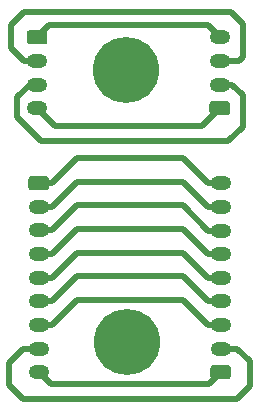
<source format=gbr>
%TF.GenerationSoftware,KiCad,Pcbnew,(5.1.9)-1*%
%TF.CreationDate,2021-03-11T22:21:30-06:00*%
%TF.ProjectId,OpeNITHM-Tower-Extenders__Main-Body,4f70654e-4954-4484-9d2d-546f7765722d,rev?*%
%TF.SameCoordinates,Original*%
%TF.FileFunction,Copper,L1,Top*%
%TF.FilePolarity,Positive*%
%FSLAX46Y46*%
G04 Gerber Fmt 4.6, Leading zero omitted, Abs format (unit mm)*
G04 Created by KiCad (PCBNEW (5.1.9)-1) date 2021-03-11 22:21:30*
%MOMM*%
%LPD*%
G01*
G04 APERTURE LIST*
%TA.AperFunction,ComponentPad*%
%ADD10O,1.750000X1.200000*%
%TD*%
%TA.AperFunction,ComponentPad*%
%ADD11C,5.600000*%
%TD*%
%TA.AperFunction,Conductor*%
%ADD12C,0.508000*%
%TD*%
G04 APERTURE END LIST*
D10*
%TO.P,J4,9*%
%TO.N,Net-(J3-Pad1)*%
X82320000Y-59440000D03*
%TO.P,J4,8*%
%TO.N,Net-(J3-Pad2)*%
X82320000Y-61440000D03*
%TO.P,J4,7*%
%TO.N,Net-(J3-Pad3)*%
X82320000Y-63440000D03*
%TO.P,J4,6*%
%TO.N,Net-(J3-Pad4)*%
X82320000Y-65440000D03*
%TO.P,J4,5*%
%TO.N,Net-(J3-Pad5)*%
X82320000Y-67440000D03*
%TO.P,J4,4*%
%TO.N,Net-(J3-Pad6)*%
X82320000Y-69440000D03*
%TO.P,J4,3*%
%TO.N,Net-(J3-Pad7)*%
X82320000Y-71440000D03*
%TO.P,J4,2*%
%TO.N,Net-(J3-Pad8)*%
X82320000Y-73440000D03*
%TO.P,J4,1*%
%TO.N,Net-(J3-Pad9)*%
%TA.AperFunction,ComponentPad*%
G36*
G01*
X82945001Y-76040000D02*
X81694999Y-76040000D01*
G75*
G02*
X81445000Y-75790001I0J249999D01*
G01*
X81445000Y-75089999D01*
G75*
G02*
X81694999Y-74840000I249999J0D01*
G01*
X82945001Y-74840000D01*
G75*
G02*
X83195000Y-75089999I0J-249999D01*
G01*
X83195000Y-75790001D01*
G75*
G02*
X82945001Y-76040000I-249999J0D01*
G01*
G37*
%TD.AperFunction*%
%TD*%
%TO.P,J2,4*%
%TO.N,Net-(J1-Pad1)*%
X82250000Y-47080000D03*
%TO.P,J2,3*%
%TO.N,Net-(J1-Pad2)*%
X82250000Y-49080000D03*
%TO.P,J2,2*%
%TO.N,Net-(J1-Pad3)*%
X82250000Y-51080000D03*
%TO.P,J2,1*%
%TO.N,Net-(J1-Pad4)*%
%TA.AperFunction,ComponentPad*%
G36*
G01*
X82875001Y-53680000D02*
X81624999Y-53680000D01*
G75*
G02*
X81375000Y-53430001I0J249999D01*
G01*
X81375000Y-52729999D01*
G75*
G02*
X81624999Y-52480000I249999J0D01*
G01*
X82875001Y-52480000D01*
G75*
G02*
X83125000Y-52729999I0J-249999D01*
G01*
X83125000Y-53430001D01*
G75*
G02*
X82875001Y-53680000I-249999J0D01*
G01*
G37*
%TD.AperFunction*%
%TD*%
D11*
%TO.P,H2,1*%
%TO.N,N/C*%
X74380000Y-72880000D03*
%TD*%
%TO.P,H1,1*%
%TO.N,N/C*%
X74340000Y-49890000D03*
%TD*%
D10*
%TO.P,J3,9*%
%TO.N,Net-(J3-Pad9)*%
X66922000Y-75433000D03*
%TO.P,J3,8*%
%TO.N,Net-(J3-Pad8)*%
X66922000Y-73433000D03*
%TO.P,J3,7*%
%TO.N,Net-(J3-Pad7)*%
X66922000Y-71433000D03*
%TO.P,J3,6*%
%TO.N,Net-(J3-Pad6)*%
X66922000Y-69433000D03*
%TO.P,J3,5*%
%TO.N,Net-(J3-Pad5)*%
X66922000Y-67433000D03*
%TO.P,J3,4*%
%TO.N,Net-(J3-Pad4)*%
X66922000Y-65433000D03*
%TO.P,J3,3*%
%TO.N,Net-(J3-Pad3)*%
X66922000Y-63433000D03*
%TO.P,J3,2*%
%TO.N,Net-(J3-Pad2)*%
X66922000Y-61433000D03*
%TO.P,J3,1*%
%TO.N,Net-(J3-Pad1)*%
%TA.AperFunction,ComponentPad*%
G36*
G01*
X66296999Y-58833000D02*
X67547001Y-58833000D01*
G75*
G02*
X67797000Y-59082999I0J-249999D01*
G01*
X67797000Y-59783001D01*
G75*
G02*
X67547001Y-60033000I-249999J0D01*
G01*
X66296999Y-60033000D01*
G75*
G02*
X66047000Y-59783001I0J249999D01*
G01*
X66047000Y-59082999D01*
G75*
G02*
X66296999Y-58833000I249999J0D01*
G01*
G37*
%TD.AperFunction*%
%TD*%
%TO.P,J1,4*%
%TO.N,Net-(J1-Pad4)*%
X66782000Y-53086000D03*
%TO.P,J1,3*%
%TO.N,Net-(J1-Pad3)*%
X66782000Y-51086000D03*
%TO.P,J1,2*%
%TO.N,Net-(J1-Pad2)*%
X66782000Y-49086000D03*
%TO.P,J1,1*%
%TO.N,Net-(J1-Pad1)*%
%TA.AperFunction,ComponentPad*%
G36*
G01*
X66156999Y-46486000D02*
X67407001Y-46486000D01*
G75*
G02*
X67657000Y-46735999I0J-249999D01*
G01*
X67657000Y-47436001D01*
G75*
G02*
X67407001Y-47686000I-249999J0D01*
G01*
X66156999Y-47686000D01*
G75*
G02*
X65907000Y-47436001I0J249999D01*
G01*
X65907000Y-46735999D01*
G75*
G02*
X66156999Y-46486000I249999J0D01*
G01*
G37*
%TD.AperFunction*%
%TD*%
D12*
%TO.N,Net-(J1-Pad4)*%
X66782000Y-53086000D02*
X66796000Y-53086000D01*
X66796000Y-53086000D02*
X68280000Y-54570000D01*
X80760000Y-54570000D02*
X82250000Y-53080000D01*
X68280000Y-54570000D02*
X80760000Y-54570000D01*
%TO.N,Net-(J1-Pad3)*%
X83290000Y-51080000D02*
X82250000Y-51080000D01*
X84180000Y-51970000D02*
X83290000Y-51080000D01*
X82980000Y-55870000D02*
X84180000Y-54670000D01*
X67080000Y-55870000D02*
X82980000Y-55870000D01*
X65080000Y-53870000D02*
X67080000Y-55870000D01*
X65080000Y-52170000D02*
X65080000Y-53870000D01*
X66164000Y-51086000D02*
X65080000Y-52170000D01*
X84180000Y-54670000D02*
X84180000Y-51970000D01*
X66782000Y-51086000D02*
X66164000Y-51086000D01*
%TO.N,Net-(J1-Pad2)*%
X83870000Y-49080000D02*
X82250000Y-49080000D01*
X84180000Y-48770000D02*
X83870000Y-49080000D01*
X65680000Y-44970000D02*
X83180000Y-44970000D01*
X64580000Y-46070000D02*
X65680000Y-44970000D01*
X84180000Y-45970000D02*
X84180000Y-48770000D01*
X64580000Y-47970000D02*
X64580000Y-46070000D01*
X83180000Y-44970000D02*
X84180000Y-45970000D01*
X65696000Y-49086000D02*
X64580000Y-47970000D01*
X66782000Y-49086000D02*
X65696000Y-49086000D01*
%TO.N,Net-(J1-Pad1)*%
X66782000Y-47086000D02*
X67798000Y-46070000D01*
X81240000Y-46070000D02*
X82250000Y-47080000D01*
X67798000Y-46070000D02*
X81240000Y-46070000D01*
%TO.N,Net-(J3-Pad8)*%
X84820000Y-76620000D02*
X84820000Y-74520000D01*
X83720000Y-77720000D02*
X84820000Y-76620000D01*
X83740000Y-73440000D02*
X82320000Y-73440000D01*
X65620000Y-77720000D02*
X83720000Y-77720000D01*
X64420000Y-76520000D02*
X65620000Y-77720000D01*
X64420000Y-74620000D02*
X64420000Y-76520000D01*
X84820000Y-74520000D02*
X83740000Y-73440000D01*
X65607000Y-73433000D02*
X64420000Y-74620000D01*
X66922000Y-73433000D02*
X65607000Y-73433000D01*
%TO.N,Net-(J3-Pad7)*%
X66922000Y-71433000D02*
X68007000Y-71433000D01*
X68007000Y-71433000D02*
X70120000Y-69320000D01*
X70120000Y-69320000D02*
X79120000Y-69320000D01*
X81240000Y-71440000D02*
X82320000Y-71440000D01*
X79120000Y-69320000D02*
X81240000Y-71440000D01*
%TO.N,Net-(J3-Pad6)*%
X68007000Y-69433000D02*
X70120000Y-67320000D01*
X66922000Y-69433000D02*
X68007000Y-69433000D01*
X79120000Y-67320000D02*
X81240000Y-69440000D01*
X81240000Y-69440000D02*
X82320000Y-69440000D01*
X70120000Y-67320000D02*
X79120000Y-67320000D01*
%TO.N,Net-(J3-Pad5)*%
X68007000Y-67433000D02*
X70120000Y-65320000D01*
X66922000Y-67433000D02*
X68007000Y-67433000D01*
X79120000Y-65320000D02*
X81240000Y-67440000D01*
X81240000Y-67440000D02*
X82320000Y-67440000D01*
X70120000Y-65320000D02*
X79120000Y-65320000D01*
%TO.N,Net-(J3-Pad4)*%
X68007000Y-65433000D02*
X70120000Y-63320000D01*
X66922000Y-65433000D02*
X68007000Y-65433000D01*
X79120000Y-63320000D02*
X81240000Y-65440000D01*
X81240000Y-65440000D02*
X82320000Y-65440000D01*
X70120000Y-63320000D02*
X79120000Y-63320000D01*
%TO.N,Net-(J3-Pad3)*%
X68007000Y-63433000D02*
X70120000Y-61320000D01*
X66922000Y-63433000D02*
X68007000Y-63433000D01*
X79120000Y-61320000D02*
X81240000Y-63440000D01*
X81240000Y-63440000D02*
X82320000Y-63440000D01*
X70120000Y-61320000D02*
X79120000Y-61320000D01*
%TO.N,Net-(J3-Pad2)*%
X68007000Y-61433000D02*
X70120000Y-59320000D01*
X66922000Y-61433000D02*
X68007000Y-61433000D01*
X79120000Y-59320000D02*
X81240000Y-61440000D01*
X81240000Y-61440000D02*
X82320000Y-61440000D01*
X70120000Y-59320000D02*
X79120000Y-59320000D01*
%TO.N,Net-(J3-Pad1)*%
X68007000Y-59433000D02*
X70120000Y-57320000D01*
X66922000Y-59433000D02*
X68007000Y-59433000D01*
X79120000Y-57320000D02*
X81240000Y-59440000D01*
X81240000Y-59440000D02*
X82320000Y-59440000D01*
X70120000Y-57320000D02*
X79120000Y-57320000D01*
X82313000Y-59433000D02*
X82320000Y-59440000D01*
%TO.N,Net-(J3-Pad9)*%
X66922000Y-75433000D02*
X66933000Y-75433000D01*
X67920000Y-76420000D02*
X70220000Y-76420000D01*
X66933000Y-75433000D02*
X67920000Y-76420000D01*
X69620000Y-76420000D02*
X70220000Y-76420000D01*
X81340000Y-76420000D02*
X82320000Y-75440000D01*
X70220000Y-76420000D02*
X81340000Y-76420000D01*
%TD*%
M02*

</source>
